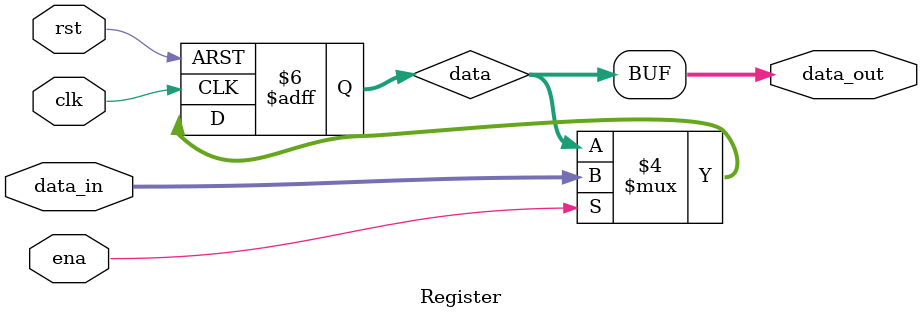
<source format=v>
`timescale 1ns / 1ps


module Register(
    input clk,
    input rst,
    input ena,
    input [31:0] data_in,
    output [31:0] data_out
    );

reg [31:0] data;
always @(posedge clk or posedge rst) begin
    if (rst) begin
        // reset
        data <= 32'b0;
    end
    else if (ena == 1) begin
        data <= data_in;
    end
    else begin
        data <= data;
    end
end

assign data_out = data;

endmodule

</source>
